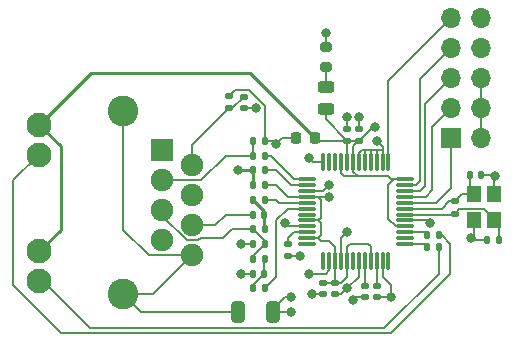
<source format=gbr>
%TF.GenerationSoftware,KiCad,Pcbnew,(6.0.0)*%
%TF.CreationDate,2022-04-11T12:33:07+02:00*%
%TF.ProjectId,W5500_Shield_Ethernet,57353530-305f-4536-9869-656c645f4574,rev?*%
%TF.SameCoordinates,Original*%
%TF.FileFunction,Copper,L1,Top*%
%TF.FilePolarity,Positive*%
%FSLAX46Y46*%
G04 Gerber Fmt 4.6, Leading zero omitted, Abs format (unit mm)*
G04 Created by KiCad (PCBNEW (6.0.0)) date 2022-04-11 12:33:07*
%MOMM*%
%LPD*%
G01*
G04 APERTURE LIST*
G04 Aperture macros list*
%AMRoundRect*
0 Rectangle with rounded corners*
0 $1 Rounding radius*
0 $2 $3 $4 $5 $6 $7 $8 $9 X,Y pos of 4 corners*
0 Add a 4 corners polygon primitive as box body*
4,1,4,$2,$3,$4,$5,$6,$7,$8,$9,$2,$3,0*
0 Add four circle primitives for the rounded corners*
1,1,$1+$1,$2,$3*
1,1,$1+$1,$4,$5*
1,1,$1+$1,$6,$7*
1,1,$1+$1,$8,$9*
0 Add four rect primitives between the rounded corners*
20,1,$1+$1,$2,$3,$4,$5,0*
20,1,$1+$1,$4,$5,$6,$7,0*
20,1,$1+$1,$6,$7,$8,$9,0*
20,1,$1+$1,$8,$9,$2,$3,0*%
G04 Aperture macros list end*
%TA.AperFunction,ComponentPad*%
%ADD10R,1.700000X1.700000*%
%TD*%
%TA.AperFunction,ComponentPad*%
%ADD11O,1.700000X1.700000*%
%TD*%
%TA.AperFunction,SMDPad,CuDef*%
%ADD12RoundRect,0.075000X-0.075000X-0.662500X0.075000X-0.662500X0.075000X0.662500X-0.075000X0.662500X0*%
%TD*%
%TA.AperFunction,SMDPad,CuDef*%
%ADD13RoundRect,0.075000X-0.662500X-0.075000X0.662500X-0.075000X0.662500X0.075000X-0.662500X0.075000X0*%
%TD*%
%TA.AperFunction,SMDPad,CuDef*%
%ADD14RoundRect,0.140000X-0.140000X-0.170000X0.140000X-0.170000X0.140000X0.170000X-0.140000X0.170000X0*%
%TD*%
%TA.AperFunction,SMDPad,CuDef*%
%ADD15RoundRect,0.135000X-0.185000X0.135000X-0.185000X-0.135000X0.185000X-0.135000X0.185000X0.135000X0*%
%TD*%
%TA.AperFunction,SMDPad,CuDef*%
%ADD16RoundRect,0.135000X-0.135000X-0.185000X0.135000X-0.185000X0.135000X0.185000X-0.135000X0.185000X0*%
%TD*%
%TA.AperFunction,SMDPad,CuDef*%
%ADD17RoundRect,0.135000X0.185000X-0.135000X0.185000X0.135000X-0.185000X0.135000X-0.185000X-0.135000X0*%
%TD*%
%TA.AperFunction,SMDPad,CuDef*%
%ADD18RoundRect,0.200000X0.275000X-0.200000X0.275000X0.200000X-0.275000X0.200000X-0.275000X-0.200000X0*%
%TD*%
%TA.AperFunction,SMDPad,CuDef*%
%ADD19RoundRect,0.218750X0.218750X0.256250X-0.218750X0.256250X-0.218750X-0.256250X0.218750X-0.256250X0*%
%TD*%
%TA.AperFunction,SMDPad,CuDef*%
%ADD20RoundRect,0.243750X-0.456250X0.243750X-0.456250X-0.243750X0.456250X-0.243750X0.456250X0.243750X0*%
%TD*%
%TA.AperFunction,SMDPad,CuDef*%
%ADD21RoundRect,0.140000X-0.170000X0.140000X-0.170000X-0.140000X0.170000X-0.140000X0.170000X0.140000X0*%
%TD*%
%TA.AperFunction,SMDPad,CuDef*%
%ADD22RoundRect,0.140000X0.140000X0.170000X-0.140000X0.170000X-0.140000X-0.170000X0.140000X-0.170000X0*%
%TD*%
%TA.AperFunction,SMDPad,CuDef*%
%ADD23RoundRect,0.250000X0.325000X0.650000X-0.325000X0.650000X-0.325000X-0.650000X0.325000X-0.650000X0*%
%TD*%
%TA.AperFunction,SMDPad,CuDef*%
%ADD24RoundRect,0.140000X0.170000X-0.140000X0.170000X0.140000X-0.170000X0.140000X-0.170000X-0.140000X0*%
%TD*%
%TA.AperFunction,SMDPad,CuDef*%
%ADD25R,1.200000X1.400000*%
%TD*%
%TA.AperFunction,SMDPad,CuDef*%
%ADD26RoundRect,0.135000X0.135000X0.185000X-0.135000X0.185000X-0.135000X-0.185000X0.135000X-0.185000X0*%
%TD*%
%TA.AperFunction,ComponentPad*%
%ADD27C,2.600000*%
%TD*%
%TA.AperFunction,ComponentPad*%
%ADD28C,2.100000*%
%TD*%
%TA.AperFunction,ComponentPad*%
%ADD29C,1.900000*%
%TD*%
%TA.AperFunction,ComponentPad*%
%ADD30R,1.900000X1.900000*%
%TD*%
%TA.AperFunction,ViaPad*%
%ADD31C,0.800000*%
%TD*%
%TA.AperFunction,Conductor*%
%ADD32C,0.200000*%
%TD*%
%TA.AperFunction,Conductor*%
%ADD33C,0.250000*%
%TD*%
G04 APERTURE END LIST*
D10*
%TO.P,J2,1,Pin_1*%
%TO.N,SCS_eth*%
X122800000Y-63800000D03*
D11*
%TO.P,J2,2,Pin_2*%
%TO.N,+3V3*%
X125340000Y-63800000D03*
%TO.P,J2,3,Pin_3*%
%TO.N,SCLK_eth*%
X122800000Y-61260000D03*
%TO.P,J2,4,Pin_4*%
%TO.N,+3V3*%
X125340000Y-61260000D03*
%TO.P,J2,5,Pin_5*%
%TO.N,MISO_eth*%
X122800000Y-58720000D03*
%TO.P,J2,6,Pin_6*%
%TO.N,+3V3*%
X125340000Y-58720000D03*
%TO.P,J2,7,Pin_7*%
%TO.N,MOSI_eth*%
X122800000Y-56180000D03*
%TO.P,J2,8,Pin_8*%
%TO.N,GND*%
X125340000Y-56180000D03*
%TO.P,J2,9,Pin_9*%
%TO.N,RESET_eth*%
X122800000Y-53640000D03*
%TO.P,J2,10,Pin_10*%
%TO.N,GND*%
X125340000Y-53640000D03*
%TD*%
D12*
%TO.P,U2,48,AGND*%
%TO.N,GND*%
X112000000Y-65837500D03*
%TO.P,U2,47,NC*%
%TO.N,unconnected-(U2-Pad47)*%
X112500000Y-65837500D03*
%TO.P,U2,46,NC*%
%TO.N,unconnected-(U2-Pad46)*%
X113000000Y-65837500D03*
%TO.P,U2,45,PMODE0*%
%TO.N,+3V3*%
X113500000Y-65837500D03*
%TO.P,U2,44,PMODE1*%
X114000000Y-65837500D03*
%TO.P,U2,43,PMODE2*%
X114500000Y-65837500D03*
%TO.P,U2,42,RSVD*%
%TO.N,GND*%
X115000000Y-65837500D03*
%TO.P,U2,41,RSVD*%
X115500000Y-65837500D03*
%TO.P,U2,40,RSVD*%
X116000000Y-65837500D03*
%TO.P,U2,39,RSVD*%
X116500000Y-65837500D03*
%TO.P,U2,38,RSVD*%
X117000000Y-65837500D03*
%TO.P,U2,37,~{RST}*%
%TO.N,RESET_eth*%
X117500000Y-65837500D03*
D13*
%TO.P,U2,36,~{INT}*%
%TO.N,+3V3*%
X118912500Y-67250000D03*
%TO.P,U2,35,MOSI*%
%TO.N,MOSI_eth*%
X118912500Y-67750000D03*
%TO.P,U2,34,MISO*%
%TO.N,MISO_eth*%
X118912500Y-68250000D03*
%TO.P,U2,33,SCLK*%
%TO.N,SCLK_eth*%
X118912500Y-68750000D03*
%TO.P,U2,32,~{SCS}*%
%TO.N,SCS_eth*%
X118912500Y-69250000D03*
%TO.P,U2,31,XO*%
%TO.N,Net-(C13-Pad1)*%
X118912500Y-69750000D03*
%TO.P,U2,30,XI/CLKIN*%
%TO.N,Net-(C12-Pad1)*%
X118912500Y-70250000D03*
%TO.P,U2,29,GND*%
%TO.N,GND*%
X118912500Y-70750000D03*
%TO.P,U2,28,VDD*%
%TO.N,+3V3*%
X118912500Y-71250000D03*
%TO.P,U2,27,ACTLED*%
%TO.N,Net-(R13-Pad1)*%
X118912500Y-71750000D03*
%TO.P,U2,26,DUPLED*%
%TO.N,unconnected-(U2-Pad26)*%
X118912500Y-72250000D03*
%TO.P,U2,25,LINKLED*%
%TO.N,Net-(R12-Pad1)*%
X118912500Y-72750000D03*
D12*
%TO.P,U2,24,SPDLED*%
%TO.N,unconnected-(U2-Pad24)*%
X117500000Y-74162500D03*
%TO.P,U2,23,RSVD*%
%TO.N,GND*%
X117000000Y-74162500D03*
%TO.P,U2,22,1V2O*%
%TO.N,Net-(U2-Pad22)*%
X116500000Y-74162500D03*
%TO.P,U2,21,AVDD*%
%TO.N,+3.3VA*%
X116000000Y-74162500D03*
%TO.P,U2,20,TOCAP*%
%TO.N,Net-(C15-Pad1)*%
X115500000Y-74162500D03*
%TO.P,U2,19,AGND*%
%TO.N,GND*%
X115000000Y-74162500D03*
%TO.P,U2,18,VBG*%
%TO.N,unconnected-(U2-Pad18)*%
X114500000Y-74162500D03*
%TO.P,U2,17,AVDD*%
%TO.N,+3.3VA*%
X114000000Y-74162500D03*
%TO.P,U2,16,AGND*%
%TO.N,GND*%
X113500000Y-74162500D03*
%TO.P,U2,15,AVDD*%
%TO.N,+3.3VA*%
X113000000Y-74162500D03*
%TO.P,U2,14,AGND*%
%TO.N,GND*%
X112500000Y-74162500D03*
%TO.P,U2,13,NC*%
%TO.N,unconnected-(U2-Pad13)*%
X112000000Y-74162500D03*
D13*
%TO.P,U2,12,NC*%
%TO.N,unconnected-(U2-Pad12)*%
X110587500Y-72750000D03*
%TO.P,U2,11,AVDD*%
%TO.N,+3.3VA*%
X110587500Y-72250000D03*
%TO.P,U2,10,EXRES1*%
%TO.N,Net-(R14-Pad1)*%
X110587500Y-71750000D03*
%TO.P,U2,9,AGND*%
%TO.N,GND*%
X110587500Y-71250000D03*
%TO.P,U2,8,AVDD*%
%TO.N,+3.3VA*%
X110587500Y-70750000D03*
%TO.P,U2,7,DNC*%
%TO.N,unconnected-(U2-Pad7)*%
X110587500Y-70250000D03*
%TO.P,U2,6,RXP*%
%TO.N,Net-(R8-Pad1)*%
X110587500Y-69750000D03*
%TO.P,U2,5,RXN*%
%TO.N,Net-(R7-Pad1)*%
X110587500Y-69250000D03*
%TO.P,U2,4,AVDD*%
%TO.N,+3.3VA*%
X110587500Y-68750000D03*
%TO.P,U2,3,AGND*%
%TO.N,GND*%
X110587500Y-68250000D03*
%TO.P,U2,2,TXP*%
%TO.N,Net-(R6-Pad1)*%
X110587500Y-67750000D03*
%TO.P,U2,1,TXN*%
%TO.N,Net-(R5-Pad1)*%
X110587500Y-67250000D03*
%TD*%
D14*
%TO.P,C13,1*%
%TO.N,Net-(C13-Pad1)*%
X124370000Y-66900000D03*
%TO.P,C13,2*%
%TO.N,GND*%
X125330000Y-66900000D03*
%TD*%
D15*
%TO.P,R14,1*%
%TO.N,Net-(R14-Pad1)*%
X109000000Y-72740000D03*
%TO.P,R14,2*%
%TO.N,GND*%
X109000000Y-73760000D03*
%TD*%
D16*
%TO.P,R13,1*%
%TO.N,Net-(R13-Pad1)*%
X120740000Y-72000000D03*
%TO.P,R13,2*%
%TO.N,/A_LED*%
X121760000Y-72000000D03*
%TD*%
%TO.P,R12,1*%
%TO.N,Net-(R12-Pad1)*%
X120740000Y-73000000D03*
%TO.P,R12,2*%
%TO.N,/K_LED*%
X121760000Y-73000000D03*
%TD*%
D17*
%TO.P,R11,1*%
%TO.N,Net-(C12-Pad1)*%
X123100000Y-70160000D03*
%TO.P,R11,2*%
%TO.N,Net-(C13-Pad1)*%
X123100000Y-69140000D03*
%TD*%
D18*
%TO.P,R1,1*%
%TO.N,Net-(D1-Pad1)*%
X112200000Y-57725000D03*
%TO.P,R1,2*%
%TO.N,GND*%
X112200000Y-56075000D03*
%TD*%
D19*
%TO.P,L1,1,1*%
%TO.N,+3V3*%
X111287500Y-63750000D03*
%TO.P,L1,2,2*%
%TO.N,+3.3VA*%
X109712500Y-63750000D03*
%TD*%
D20*
%TO.P,D1,1,K*%
%TO.N,Net-(D1-Pad1)*%
X112200000Y-59462500D03*
%TO.P,D1,2,A*%
%TO.N,+3V3*%
X112200000Y-61337500D03*
%TD*%
D21*
%TO.P,C15,1*%
%TO.N,Net-(C15-Pad1)*%
X115500000Y-76270000D03*
%TO.P,C15,2*%
%TO.N,GND*%
X115500000Y-77230000D03*
%TD*%
%TO.P,C14,1*%
%TO.N,Net-(U2-Pad22)*%
X116500000Y-76270000D03*
%TO.P,C14,2*%
%TO.N,GND*%
X116500000Y-77230000D03*
%TD*%
D22*
%TO.P,C12,1*%
%TO.N,Net-(C12-Pad1)*%
X126830000Y-72400000D03*
%TO.P,C12,2*%
%TO.N,GND*%
X125870000Y-72400000D03*
%TD*%
D23*
%TO.P,C11,1*%
%TO.N,GND*%
X107725000Y-78500000D03*
%TO.P,C11,2*%
%TO.N,Net-(C11-Pad2)*%
X104775000Y-78500000D03*
%TD*%
D21*
%TO.P,C6,1*%
%TO.N,+3.3VA*%
X112000000Y-76020000D03*
%TO.P,C6,2*%
%TO.N,GND*%
X112000000Y-76980000D03*
%TD*%
%TO.P,C5,1*%
%TO.N,+3.3VA*%
X113000000Y-76020000D03*
%TO.P,C5,2*%
%TO.N,GND*%
X113000000Y-76980000D03*
%TD*%
D24*
%TO.P,C4,2*%
%TO.N,GND*%
X115000000Y-63020000D03*
%TO.P,C4,1*%
%TO.N,+3V3*%
X115000000Y-63980000D03*
%TD*%
%TO.P,C3,2*%
%TO.N,GND*%
X114000000Y-63020000D03*
%TO.P,C3,1*%
%TO.N,+3V3*%
X114000000Y-63980000D03*
%TD*%
D25*
%TO.P,Y1,1,1*%
%TO.N,Net-(C12-Pad1)*%
X126450000Y-70750000D03*
%TO.P,Y1,2,2*%
%TO.N,GND*%
X126450000Y-68550000D03*
%TO.P,Y1,3,3*%
%TO.N,Net-(C13-Pad1)*%
X124750000Y-68550000D03*
%TO.P,Y1,4,4*%
%TO.N,GND*%
X124750000Y-70750000D03*
%TD*%
D14*
%TO.P,C9,2*%
%TO.N,Net-(C9-Pad2)*%
X107020000Y-72750000D03*
%TO.P,C9,1*%
%TO.N,GND*%
X106060000Y-72750000D03*
%TD*%
D26*
%TO.P,R10,2*%
%TO.N,Net-(C9-Pad2)*%
X106010000Y-74000000D03*
%TO.P,R10,1*%
%TO.N,Net-(C8-Pad1)*%
X107030000Y-74000000D03*
%TD*%
%TO.P,R9,2*%
%TO.N,Net-(C9-Pad2)*%
X106010000Y-71500000D03*
%TO.P,R9,1*%
%TO.N,Net-(C7-Pad1)*%
X107030000Y-71500000D03*
%TD*%
%TO.P,R8,2*%
%TO.N,Net-(C8-Pad1)*%
X106000000Y-76500000D03*
%TO.P,R8,1*%
%TO.N,Net-(R8-Pad1)*%
X107020000Y-76500000D03*
%TD*%
%TO.P,R7,2*%
%TO.N,Net-(C7-Pad1)*%
X106010000Y-69000000D03*
%TO.P,R7,1*%
%TO.N,Net-(R7-Pad1)*%
X107030000Y-69000000D03*
%TD*%
%TO.P,R6,1*%
%TO.N,Net-(R6-Pad1)*%
X107040000Y-66500000D03*
%TO.P,R6,2*%
%TO.N,Net-(J1-Pad1)*%
X106020000Y-66500000D03*
%TD*%
%TO.P,R5,2*%
%TO.N,Net-(J1-Pad3)*%
X106010000Y-65250000D03*
%TO.P,R5,1*%
%TO.N,Net-(R5-Pad1)*%
X107030000Y-65250000D03*
%TD*%
D16*
%TO.P,R4,2*%
%TO.N,+3.3VA*%
X107040000Y-67750000D03*
%TO.P,R4,1*%
%TO.N,Net-(J1-Pad1)*%
X106020000Y-67750000D03*
%TD*%
%TO.P,R3,2*%
%TO.N,+3.3VA*%
X107040000Y-64000000D03*
%TO.P,R3,1*%
%TO.N,Net-(J1-Pad3)*%
X106020000Y-64000000D03*
%TD*%
D17*
%TO.P,R2,1*%
%TO.N,Net-(C10-Pad2)*%
X104000000Y-61250000D03*
%TO.P,R2,2*%
%TO.N,+3.3VA*%
X104000000Y-60230000D03*
%TD*%
D27*
%TO.P,J1,SH,SHIELD*%
%TO.N,Net-(C11-Pad2)*%
X95045000Y-76995000D03*
X95045000Y-61505000D03*
D28*
%TO.P,J1,L1,LEDY_A*%
%TO.N,+3V3*%
X87935000Y-62625000D03*
%TO.P,J1,L2,LEDY_K*%
%TO.N,/A_LED*%
X87935000Y-65165000D03*
%TO.P,J1,L3,LEDG_A*%
%TO.N,+3V3*%
X87935000Y-73335000D03*
%TO.P,J1,L4,LEDG_K*%
%TO.N,/K_LED*%
X87935000Y-75875000D03*
D29*
%TO.P,J1,8,GND*%
%TO.N,Net-(C11-Pad2)*%
X100885000Y-73695000D03*
%TO.P,J1,7,NC*%
%TO.N,unconnected-(J1-Pad7)*%
X98345000Y-72425000D03*
%TO.P,J1,6,RD-*%
%TO.N,Net-(C7-Pad2)*%
X100885000Y-71155000D03*
%TO.P,J1,5,RCT*%
%TO.N,Net-(C9-Pad2)*%
X98345000Y-69885000D03*
%TO.P,J1,4,RD+*%
%TO.N,Net-(C8-Pad2)*%
X100885000Y-68615000D03*
%TO.P,J1,3,TD-*%
%TO.N,Net-(J1-Pad3)*%
X98345000Y-67345000D03*
%TO.P,J1,2,TCT*%
%TO.N,Net-(C10-Pad2)*%
X100885000Y-66075000D03*
D30*
%TO.P,J1,1,TD+*%
%TO.N,Net-(J1-Pad1)*%
X98345000Y-64805000D03*
%TD*%
D24*
%TO.P,C10,1*%
%TO.N,GND*%
X105250000Y-61220000D03*
%TO.P,C10,2*%
%TO.N,Net-(C10-Pad2)*%
X105250000Y-60260000D03*
%TD*%
D22*
%TO.P,C8,2*%
%TO.N,Net-(C8-Pad2)*%
X106040000Y-75250000D03*
%TO.P,C8,1*%
%TO.N,Net-(C8-Pad1)*%
X107000000Y-75250000D03*
%TD*%
%TO.P,C7,2*%
%TO.N,Net-(C7-Pad2)*%
X106040000Y-70250000D03*
%TO.P,C7,1*%
%TO.N,Net-(C7-Pad1)*%
X107000000Y-70250000D03*
%TD*%
D31*
%TO.N,Net-(J1-Pad1)*%
X104750000Y-66500000D03*
%TO.N,+3V3*%
X116400000Y-62800000D03*
%TO.N,GND*%
X109250000Y-77250000D03*
X109250000Y-78500000D03*
X105000000Y-72750000D03*
X106250000Y-61250000D03*
X112500000Y-67750000D03*
X110750000Y-65500000D03*
X121000000Y-71000000D03*
X108750000Y-71000000D03*
X110000000Y-73750000D03*
X110750000Y-75250000D03*
X114000000Y-71750000D03*
X114000000Y-76500000D03*
X111000000Y-77000000D03*
X117750000Y-77250000D03*
X114500000Y-77500000D03*
X124500000Y-72250000D03*
X126500000Y-67000000D03*
X112200000Y-54843750D03*
X114000000Y-62000000D03*
X115000000Y-62000000D03*
X116500000Y-64000000D03*
%TO.N,Net-(C8-Pad2)*%
X105000000Y-75250000D03*
%TO.N,+3.3VA*%
X112500000Y-68750000D03*
X108020000Y-64250000D03*
%TD*%
D32*
%TO.N,Net-(J1-Pad3)*%
X103750000Y-65250000D02*
X106010000Y-65250000D01*
X103750000Y-65250000D02*
X101655000Y-67345000D01*
D33*
%TO.N,Net-(J1-Pad1)*%
X104750000Y-66500000D02*
X106020000Y-66500000D01*
X106020000Y-67750000D02*
X106020000Y-66500000D01*
D32*
%TO.N,+3.3VA*%
X108020000Y-67750000D02*
X107040000Y-67750000D01*
X109020000Y-68750000D02*
X108020000Y-67750000D01*
X109020000Y-68750000D02*
X110587500Y-68750000D01*
%TO.N,Net-(R6-Pad1)*%
X108020000Y-66500000D02*
X109270000Y-67750000D01*
X107040000Y-66500000D02*
X108020000Y-66500000D01*
%TO.N,Net-(R5-Pad1)*%
X107520000Y-65250000D02*
X109520000Y-67250000D01*
X107030000Y-65250000D02*
X107520000Y-65250000D01*
%TO.N,+3V3*%
X116180000Y-62800000D02*
X115000000Y-63980000D01*
X116400000Y-62800000D02*
X116180000Y-62800000D01*
X125340000Y-63800000D02*
X125340000Y-58720000D01*
%TO.N,MISO_eth*%
X120599520Y-60920480D02*
X122800000Y-58720000D01*
X120599520Y-67800480D02*
X120599520Y-60920480D01*
X120150000Y-68250000D02*
X120599520Y-67800480D01*
X118912500Y-68250000D02*
X120150000Y-68250000D01*
%TO.N,MOSI_eth*%
X118912500Y-67750000D02*
X119850000Y-67750000D01*
X119850000Y-67750000D02*
X120200000Y-67400000D01*
X120200000Y-58780000D02*
X122800000Y-56180000D01*
X120200000Y-67400000D02*
X120200000Y-58780000D01*
%TO.N,RESET_eth*%
X117500000Y-58940000D02*
X122800000Y-53640000D01*
X117500000Y-65837500D02*
X117500000Y-58940000D01*
%TO.N,SCLK_eth*%
X121200000Y-68200000D02*
X121200000Y-62860000D01*
X121200000Y-62860000D02*
X122800000Y-61260000D01*
X120650000Y-68750000D02*
X121200000Y-68200000D01*
X118912500Y-68750000D02*
X120650000Y-68750000D01*
%TO.N,SCS_eth*%
X121550000Y-69250000D02*
X122800000Y-68000000D01*
X122800000Y-68000000D02*
X122800000Y-63800000D01*
X118912500Y-69250000D02*
X121550000Y-69250000D01*
%TO.N,Net-(D1-Pad1)*%
X112200000Y-59462500D02*
X112200000Y-57725000D01*
%TO.N,+3V3*%
X112200000Y-62180000D02*
X114000000Y-63980000D01*
X112200000Y-61337500D02*
X112200000Y-62180000D01*
%TO.N,Net-(R7-Pad1)*%
X108250000Y-69250000D02*
X108000000Y-69000000D01*
X110587500Y-69250000D02*
X108250000Y-69250000D01*
X107030000Y-69000000D02*
X108000000Y-69000000D01*
%TO.N,GND*%
X108750000Y-77250000D02*
X109250000Y-77250000D01*
X107725000Y-78275000D02*
X108750000Y-77250000D01*
X107725000Y-78500000D02*
X107725000Y-78275000D01*
X107725000Y-78500000D02*
X109250000Y-78500000D01*
%TO.N,Net-(C11-Pad2)*%
X96550000Y-78500000D02*
X95045000Y-76995000D01*
X104775000Y-78500000D02*
X96550000Y-78500000D01*
%TO.N,/K_LED*%
X88292605Y-75875000D02*
X87935000Y-75875000D01*
X121760000Y-75240000D02*
X117149520Y-79850480D01*
X117149520Y-79850480D02*
X92268085Y-79850480D01*
X92268085Y-79850480D02*
X88292605Y-75875000D01*
X121760000Y-73000000D02*
X121760000Y-75240000D01*
%TO.N,/A_LED*%
X89750000Y-80250000D02*
X85750000Y-76250000D01*
X117750000Y-80250000D02*
X89750000Y-80250000D01*
X122750000Y-72750000D02*
X122750000Y-75250000D01*
X122750000Y-75250000D02*
X117750000Y-80250000D01*
X85750000Y-76250000D02*
X85750000Y-67350000D01*
X122000000Y-72000000D02*
X122750000Y-72750000D01*
X85750000Y-67350000D02*
X87935000Y-65165000D01*
X121760000Y-72000000D02*
X122000000Y-72000000D01*
%TO.N,Net-(C11-Pad2)*%
X95045000Y-71545000D02*
X95045000Y-61505000D01*
X97195000Y-73695000D02*
X95045000Y-71545000D01*
X100885000Y-73695000D02*
X97195000Y-73695000D01*
X97585000Y-76995000D02*
X100885000Y-73695000D01*
X95045000Y-76995000D02*
X97585000Y-76995000D01*
D33*
%TO.N,+3V3*%
X105787500Y-58250000D02*
X111287500Y-63750000D01*
X87935000Y-62625000D02*
X92310000Y-58250000D01*
X92310000Y-58250000D02*
X105787500Y-58250000D01*
D32*
%TO.N,+3.3VA*%
X107040000Y-61040000D02*
X107040000Y-64000000D01*
X105680480Y-59680480D02*
X107040000Y-61040000D01*
X104549520Y-59680480D02*
X105680480Y-59680480D01*
X104000000Y-60230000D02*
X104549520Y-59680480D01*
%TO.N,GND*%
X106060000Y-72750000D02*
X105000000Y-72750000D01*
X106220000Y-61220000D02*
X106250000Y-61250000D01*
X105250000Y-61220000D02*
X106220000Y-61220000D01*
X112000000Y-68250000D02*
X112500000Y-67750000D01*
X110587500Y-68250000D02*
X112000000Y-68250000D01*
X111087500Y-65837500D02*
X110750000Y-65500000D01*
X112000000Y-65837500D02*
X111087500Y-65837500D01*
X120750000Y-70750000D02*
X121000000Y-71000000D01*
X118912500Y-70750000D02*
X120750000Y-70750000D01*
X115000000Y-75500000D02*
X114000000Y-76500000D01*
X115000000Y-74162500D02*
X115000000Y-75500000D01*
X117750000Y-76250000D02*
X117000000Y-75500000D01*
X117750000Y-77250000D02*
X117750000Y-76250000D01*
X117000000Y-75500000D02*
X117000000Y-74162500D01*
X109000000Y-71250000D02*
X108750000Y-71000000D01*
X110587500Y-71250000D02*
X109000000Y-71250000D01*
X109990000Y-73760000D02*
X110000000Y-73750000D01*
X109000000Y-73760000D02*
X109990000Y-73760000D01*
X112179651Y-75250000D02*
X110750000Y-75250000D01*
X112500000Y-74929651D02*
X112179651Y-75250000D01*
X112500000Y-74162500D02*
X112500000Y-74929651D01*
X113500000Y-72250000D02*
X114000000Y-71750000D01*
X113500000Y-74162500D02*
X113500000Y-72250000D01*
X114770000Y-77230000D02*
X115500000Y-77230000D01*
X114500000Y-77500000D02*
X114770000Y-77230000D01*
X113520000Y-76980000D02*
X114000000Y-76500000D01*
X113000000Y-76980000D02*
X113520000Y-76980000D01*
X111020000Y-76980000D02*
X111000000Y-77000000D01*
X112000000Y-76980000D02*
X111020000Y-76980000D01*
X117730000Y-77230000D02*
X117750000Y-77250000D01*
X116500000Y-77230000D02*
X117730000Y-77230000D01*
X124650000Y-72400000D02*
X124500000Y-72250000D01*
X125870000Y-72400000D02*
X124650000Y-72400000D01*
X124750000Y-72000000D02*
X124500000Y-72250000D01*
X124750000Y-70750000D02*
X124750000Y-72000000D01*
X126450000Y-67050000D02*
X126500000Y-67000000D01*
X126450000Y-68550000D02*
X126450000Y-67050000D01*
X126400000Y-66900000D02*
X126500000Y-67000000D01*
X125330000Y-66900000D02*
X126400000Y-66900000D01*
X112200000Y-56075000D02*
X112200000Y-54843750D01*
X114000000Y-63020000D02*
X114000000Y-62000000D01*
X115000000Y-63020000D02*
X115000000Y-62000000D01*
X117000000Y-64500000D02*
X117000000Y-64750000D01*
X116500000Y-64000000D02*
X117000000Y-64500000D01*
X115500000Y-65837500D02*
X115500000Y-64750000D01*
X115250000Y-64750000D02*
X115500000Y-64750000D01*
X115500000Y-64750000D02*
X116000000Y-64750000D01*
X116000000Y-65837500D02*
X116000000Y-64750000D01*
X116000000Y-64750000D02*
X116500000Y-64750000D01*
X116500000Y-65837500D02*
X116500000Y-64750000D01*
X116500000Y-64750000D02*
X117000000Y-64750000D01*
X117000000Y-65837500D02*
X117000000Y-64750000D01*
X115000000Y-65000000D02*
X115250000Y-64750000D01*
X115000000Y-65837500D02*
X115000000Y-65000000D01*
%TO.N,+3V3*%
X114500000Y-65837500D02*
X114500000Y-64480000D01*
X114000000Y-63980000D02*
X115000000Y-63980000D01*
X114500000Y-64480000D02*
X115000000Y-63980000D01*
X114000000Y-65837500D02*
X114000000Y-63980000D01*
X111517500Y-63980000D02*
X111287500Y-63750000D01*
X114000000Y-63980000D02*
X111517500Y-63980000D01*
X113750000Y-67000000D02*
X114895349Y-67000000D01*
X113500000Y-66750000D02*
X113750000Y-67000000D01*
X113500000Y-65837500D02*
X113500000Y-66750000D01*
X114500000Y-66604651D02*
X114500000Y-65837500D01*
X117750000Y-67250000D02*
X117500000Y-67000000D01*
X117500000Y-67000000D02*
X114895349Y-67000000D01*
X118000000Y-67250000D02*
X117750000Y-67250000D01*
X114895349Y-67000000D02*
X114500000Y-66604651D01*
X118000000Y-67250000D02*
X118912500Y-67250000D01*
X117500000Y-67750000D02*
X118000000Y-67250000D01*
X118145349Y-71250000D02*
X117500000Y-70604651D01*
X117500000Y-70604651D02*
X117500000Y-67750000D01*
X118912500Y-71250000D02*
X118145349Y-71250000D01*
D33*
X89750000Y-71520000D02*
X89750000Y-64440000D01*
X87935000Y-73335000D02*
X89750000Y-71520000D01*
X89750000Y-64440000D02*
X87935000Y-62625000D01*
D32*
%TO.N,+3.3VA*%
X109712500Y-63750000D02*
X108520000Y-63750000D01*
X108520000Y-63750000D02*
X108020000Y-64250000D01*
X112500000Y-72500000D02*
X113000000Y-73000000D01*
X111750000Y-72500000D02*
X112500000Y-72500000D01*
X113000000Y-73000000D02*
X113000000Y-74162500D01*
X111500000Y-72250000D02*
X111750000Y-72500000D01*
X111750000Y-72000000D02*
X111500000Y-72250000D01*
X111750000Y-71000000D02*
X111750000Y-72000000D01*
X111500000Y-72250000D02*
X110587500Y-72250000D01*
X111500000Y-70750000D02*
X111750000Y-71000000D01*
X111750000Y-70500000D02*
X111750000Y-69000000D01*
X111500000Y-70750000D02*
X111750000Y-70500000D01*
X110587500Y-70750000D02*
X111500000Y-70750000D01*
X111750000Y-69000000D02*
X111500000Y-68750000D01*
%TO.N,Net-(R8-Pad1)*%
X108000000Y-70750000D02*
X108000000Y-75520000D01*
X109000000Y-69750000D02*
X108000000Y-70750000D01*
X108000000Y-75520000D02*
X107020000Y-76500000D01*
X110587500Y-69750000D02*
X109000000Y-69750000D01*
%TO.N,+3.3VA*%
X114250000Y-72750000D02*
X114000000Y-73000000D01*
X114000000Y-73000000D02*
X114000000Y-74162500D01*
X116000000Y-72947674D02*
X115802326Y-72750000D01*
X115802326Y-72750000D02*
X114250000Y-72750000D01*
X116000000Y-74162500D02*
X116000000Y-72947674D01*
X114000000Y-75500000D02*
X114000000Y-74162500D01*
X113480000Y-76020000D02*
X114000000Y-75500000D01*
X113000000Y-76020000D02*
X113480000Y-76020000D01*
X113000000Y-76020000D02*
X113000000Y-74162500D01*
X112000000Y-76020000D02*
X113000000Y-76020000D01*
%TO.N,Net-(R14-Pad1)*%
X109500000Y-71750000D02*
X109000000Y-72250000D01*
X109000000Y-72250000D02*
X109000000Y-72740000D01*
X110587500Y-71750000D02*
X109500000Y-71750000D01*
%TO.N,Net-(R12-Pad1)*%
X120490000Y-72750000D02*
X120740000Y-73000000D01*
X118912500Y-72750000D02*
X120490000Y-72750000D01*
%TO.N,Net-(R13-Pad1)*%
X120490000Y-71750000D02*
X120740000Y-72000000D01*
X118912500Y-71750000D02*
X120490000Y-71750000D01*
%TO.N,Net-(U2-Pad22)*%
X116500000Y-74162500D02*
X116500000Y-76270000D01*
%TO.N,Net-(C15-Pad1)*%
X115500000Y-74162500D02*
X115500000Y-76270000D01*
%TO.N,Net-(C13-Pad1)*%
X122000000Y-69750000D02*
X118912500Y-69750000D01*
X123100000Y-69140000D02*
X122610000Y-69140000D01*
X122610000Y-69140000D02*
X122000000Y-69750000D01*
%TO.N,Net-(C12-Pad1)*%
X123010000Y-70250000D02*
X118912500Y-70250000D01*
X123100000Y-70160000D02*
X123010000Y-70250000D01*
%TO.N,Net-(C13-Pad1)*%
X123690000Y-68550000D02*
X123100000Y-69140000D01*
X124750000Y-68550000D02*
X123690000Y-68550000D01*
%TO.N,Net-(C12-Pad1)*%
X125550489Y-69750489D02*
X123509511Y-69750489D01*
X126450000Y-70750000D02*
X126450000Y-70650000D01*
X126450000Y-70650000D02*
X125550489Y-69750489D01*
X123509511Y-69750489D02*
X123100000Y-70160000D01*
X126830000Y-71130000D02*
X126450000Y-70750000D01*
X126830000Y-72400000D02*
X126830000Y-71130000D01*
%TO.N,Net-(C13-Pad1)*%
X124370000Y-68170000D02*
X124750000Y-68550000D01*
X124370000Y-66900000D02*
X124370000Y-68170000D01*
%TO.N,Net-(R5-Pad1)*%
X109520000Y-67250000D02*
X110587500Y-67250000D01*
%TO.N,Net-(R6-Pad1)*%
X109270000Y-67750000D02*
X110587500Y-67750000D01*
%TO.N,Net-(C9-Pad2)*%
X100408413Y-72445489D02*
X98345000Y-70382076D01*
X104250000Y-71500000D02*
X103500000Y-72250000D01*
X98345000Y-70382076D02*
X98345000Y-69885000D01*
X106010000Y-71500000D02*
X104250000Y-71500000D01*
X103500000Y-72250000D02*
X101598054Y-72250000D01*
X101598054Y-72250000D02*
X101402565Y-72445489D01*
X101402565Y-72445489D02*
X100408413Y-72445489D01*
%TO.N,Net-(C8-Pad2)*%
X106040000Y-75250000D02*
X105000000Y-75250000D01*
%TO.N,Net-(C7-Pad2)*%
X103750000Y-70250000D02*
X106040000Y-70250000D01*
%TO.N,Net-(J1-Pad3)*%
X101655000Y-67345000D02*
X98345000Y-67345000D01*
%TO.N,Net-(C7-Pad2)*%
X102845000Y-71155000D02*
X100885000Y-71155000D01*
X103750000Y-70250000D02*
X102845000Y-71155000D01*
%TO.N,+3.3VA*%
X112500000Y-68750000D02*
X110587500Y-68750000D01*
X107770000Y-64000000D02*
X108020000Y-64250000D01*
X107040000Y-64000000D02*
X107770000Y-64000000D01*
%TO.N,Net-(J1-Pad3)*%
X106010000Y-64010000D02*
X106020000Y-64000000D01*
X106010000Y-65250000D02*
X106010000Y-64010000D01*
%TO.N,Net-(C10-Pad2)*%
X100885000Y-64365000D02*
X104000000Y-61250000D01*
X100885000Y-66075000D02*
X100885000Y-64365000D01*
X104260000Y-61250000D02*
X105250000Y-60260000D01*
X104000000Y-61250000D02*
X104260000Y-61250000D01*
%TO.N,Net-(C8-Pad1)*%
X107000000Y-74030000D02*
X107030000Y-74000000D01*
X107000000Y-75250000D02*
X107000000Y-74030000D01*
X106000000Y-76500000D02*
X106000000Y-76250000D01*
X106000000Y-76250000D02*
X107000000Y-75250000D01*
%TO.N,Net-(C9-Pad2)*%
X107020000Y-72510000D02*
X106010000Y-71500000D01*
X107020000Y-72750000D02*
X107020000Y-72510000D01*
X106010000Y-73760000D02*
X107020000Y-72750000D01*
X106010000Y-74000000D02*
X106010000Y-73760000D01*
D33*
%TO.N,Net-(C7-Pad1)*%
X107000000Y-71470000D02*
X107030000Y-71500000D01*
X107000000Y-70250000D02*
X107000000Y-71470000D01*
X107000000Y-69990000D02*
X107000000Y-70250000D01*
X106010000Y-69000000D02*
X107000000Y-69990000D01*
%TD*%
M02*

</source>
